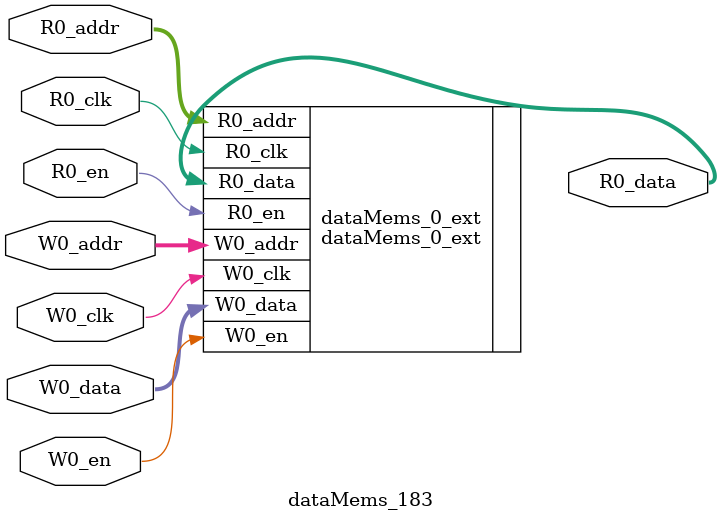
<source format=sv>
`ifndef RANDOMIZE
  `ifdef RANDOMIZE_REG_INIT
    `define RANDOMIZE
  `endif // RANDOMIZE_REG_INIT
`endif // not def RANDOMIZE
`ifndef RANDOMIZE
  `ifdef RANDOMIZE_MEM_INIT
    `define RANDOMIZE
  `endif // RANDOMIZE_MEM_INIT
`endif // not def RANDOMIZE

`ifndef RANDOM
  `define RANDOM $random
`endif // not def RANDOM

// Users can define 'PRINTF_COND' to add an extra gate to prints.
`ifndef PRINTF_COND_
  `ifdef PRINTF_COND
    `define PRINTF_COND_ (`PRINTF_COND)
  `else  // PRINTF_COND
    `define PRINTF_COND_ 1
  `endif // PRINTF_COND
`endif // not def PRINTF_COND_

// Users can define 'ASSERT_VERBOSE_COND' to add an extra gate to assert error printing.
`ifndef ASSERT_VERBOSE_COND_
  `ifdef ASSERT_VERBOSE_COND
    `define ASSERT_VERBOSE_COND_ (`ASSERT_VERBOSE_COND)
  `else  // ASSERT_VERBOSE_COND
    `define ASSERT_VERBOSE_COND_ 1
  `endif // ASSERT_VERBOSE_COND
`endif // not def ASSERT_VERBOSE_COND_

// Users can define 'STOP_COND' to add an extra gate to stop conditions.
`ifndef STOP_COND_
  `ifdef STOP_COND
    `define STOP_COND_ (`STOP_COND)
  `else  // STOP_COND
    `define STOP_COND_ 1
  `endif // STOP_COND
`endif // not def STOP_COND_

// Users can define INIT_RANDOM as general code that gets injected into the
// initializer block for modules with registers.
`ifndef INIT_RANDOM
  `define INIT_RANDOM
`endif // not def INIT_RANDOM

// If using random initialization, you can also define RANDOMIZE_DELAY to
// customize the delay used, otherwise 0.002 is used.
`ifndef RANDOMIZE_DELAY
  `define RANDOMIZE_DELAY 0.002
`endif // not def RANDOMIZE_DELAY

// Define INIT_RANDOM_PROLOG_ for use in our modules below.
`ifndef INIT_RANDOM_PROLOG_
  `ifdef RANDOMIZE
    `ifdef VERILATOR
      `define INIT_RANDOM_PROLOG_ `INIT_RANDOM
    `else  // VERILATOR
      `define INIT_RANDOM_PROLOG_ `INIT_RANDOM #`RANDOMIZE_DELAY begin end
    `endif // VERILATOR
  `else  // RANDOMIZE
    `define INIT_RANDOM_PROLOG_
  `endif // RANDOMIZE
`endif // not def INIT_RANDOM_PROLOG_

// Include register initializers in init blocks unless synthesis is set
`ifndef SYNTHESIS
  `ifndef ENABLE_INITIAL_REG_
    `define ENABLE_INITIAL_REG_
  `endif // not def ENABLE_INITIAL_REG_
`endif // not def SYNTHESIS

// Include rmemory initializers in init blocks unless synthesis is set
`ifndef SYNTHESIS
  `ifndef ENABLE_INITIAL_MEM_
    `define ENABLE_INITIAL_MEM_
  `endif // not def ENABLE_INITIAL_MEM_
`endif // not def SYNTHESIS

module dataMems_183(	// @[generators/ara/src/main/scala/UnsafeAXI4ToTL.scala:365:62]
  input  [4:0]   R0_addr,
  input          R0_en,
  input          R0_clk,
  output [130:0] R0_data,
  input  [4:0]   W0_addr,
  input          W0_en,
  input          W0_clk,
  input  [130:0] W0_data
);

  dataMems_0_ext dataMems_0_ext (	// @[generators/ara/src/main/scala/UnsafeAXI4ToTL.scala:365:62]
    .R0_addr (R0_addr),
    .R0_en   (R0_en),
    .R0_clk  (R0_clk),
    .R0_data (R0_data),
    .W0_addr (W0_addr),
    .W0_en   (W0_en),
    .W0_clk  (W0_clk),
    .W0_data (W0_data)
  );
endmodule


</source>
